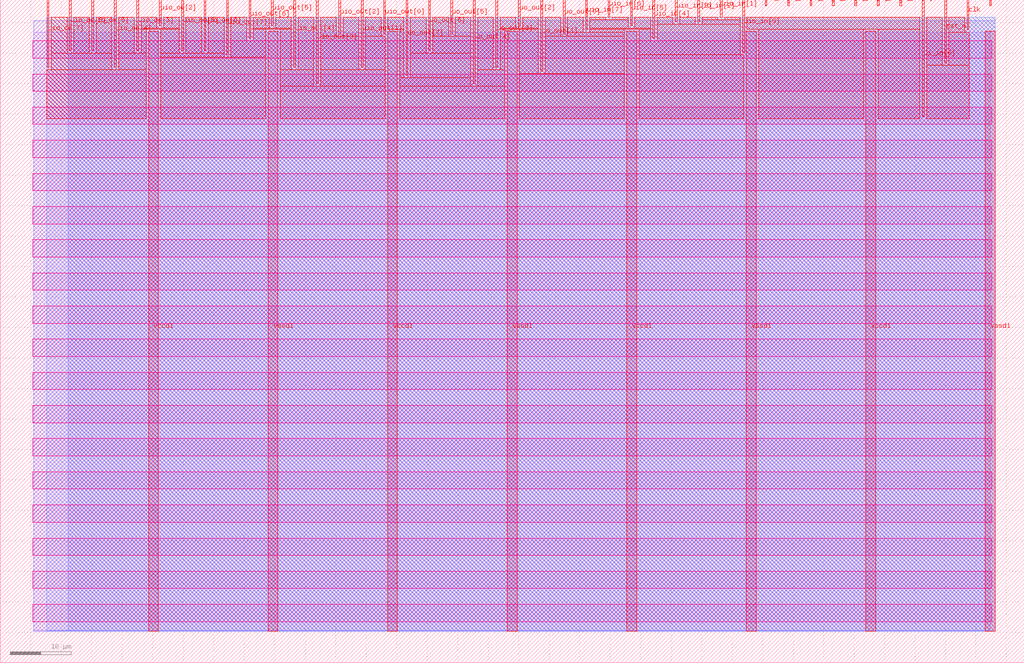
<source format=lef>
VERSION 5.7 ;
  NOWIREEXTENSIONATPIN ON ;
  DIVIDERCHAR "/" ;
  BUSBITCHARS "[]" ;
MACRO tt_um_test
  CLASS BLOCK ;
  FOREIGN tt_um_test ;
  ORIGIN 0.000 0.000 ;
  SIZE 167.900 BY 108.800 ;
  PIN clk
    DIRECTION INPUT ;
    USE SIGNAL ;
    PORT
      LAYER met4 ;
        RECT 158.550 103.860 158.850 108.800 ;
    END
  END clk
  PIN ena
    DIRECTION INPUT ;
    USE SIGNAL ;
    PORT
      LAYER met4 ;
        RECT 162.230 107.800 162.530 108.800 ;
    END
  END ena
  PIN rst_n
    DIRECTION INPUT ;
    USE SIGNAL ;
    PORT
      LAYER met4 ;
        RECT 154.870 98.420 155.170 108.800 ;
    END
  END rst_n
  PIN ui_in[0]
    DIRECTION INPUT ;
    USE SIGNAL ;
    PORT
      LAYER met4 ;
        RECT 151.190 89.580 151.490 108.800 ;
    END
  END ui_in[0]
  PIN ui_in[1]
    DIRECTION INPUT ;
    USE SIGNAL ;
    PORT
      LAYER met4 ;
        RECT 147.510 107.800 147.810 108.800 ;
    END
  END ui_in[1]
  PIN ui_in[2]
    DIRECTION INPUT ;
    USE SIGNAL ;
    PORT
      LAYER met4 ;
        RECT 143.830 107.800 144.130 108.800 ;
    END
  END ui_in[2]
  PIN ui_in[3]
    DIRECTION INPUT ;
    USE SIGNAL ;
    PORT
      LAYER met4 ;
        RECT 140.150 107.800 140.450 108.800 ;
    END
  END ui_in[3]
  PIN ui_in[4]
    DIRECTION INPUT ;
    USE SIGNAL ;
    PORT
      LAYER met4 ;
        RECT 136.470 107.800 136.770 108.800 ;
    END
  END ui_in[4]
  PIN ui_in[5]
    DIRECTION INPUT ;
    USE SIGNAL ;
    PORT
      LAYER met4 ;
        RECT 132.790 107.800 133.090 108.800 ;
    END
  END ui_in[5]
  PIN ui_in[6]
    DIRECTION INPUT ;
    USE SIGNAL ;
    PORT
      LAYER met4 ;
        RECT 129.110 107.800 129.410 108.800 ;
    END
  END ui_in[6]
  PIN ui_in[7]
    DIRECTION INPUT ;
    USE SIGNAL ;
    PORT
      LAYER met4 ;
        RECT 125.430 107.800 125.730 108.800 ;
    END
  END ui_in[7]
  PIN uio_in[0]
    DIRECTION INPUT ;
    USE SIGNAL ;
    PORT
      LAYER met4 ;
        RECT 121.750 100.150 122.050 108.800 ;
    END
  END uio_in[0]
  PIN uio_in[1]
    DIRECTION INPUT ;
    USE SIGNAL ;
    PORT
      LAYER met4 ;
        RECT 118.070 105.900 118.370 108.800 ;
    END
  END uio_in[1]
  PIN uio_in[2]
    DIRECTION INPUT ;
    USE SIGNAL ;
    PORT
      LAYER met4 ;
        RECT 114.390 105.220 114.690 108.800 ;
    END
  END uio_in[2]
  PIN uio_in[3]
    DIRECTION INPUT ;
    USE SIGNAL ;
    PORT
      LAYER met4 ;
        RECT 110.710 105.220 111.010 108.800 ;
    END
  END uio_in[3]
  PIN uio_in[4]
    DIRECTION INPUT ;
    USE SIGNAL ;
    PORT
      LAYER met4 ;
        RECT 107.030 102.500 107.330 108.800 ;
    END
  END uio_in[4]
  PIN uio_in[5]
    DIRECTION INPUT ;
    USE SIGNAL ;
    PORT
      LAYER met4 ;
        RECT 103.350 104.540 103.650 108.800 ;
    END
  END uio_in[5]
  PIN uio_in[6]
    DIRECTION INPUT ;
    USE SIGNAL ;
    PORT
      LAYER met4 ;
        RECT 99.670 105.900 99.970 108.800 ;
    END
  END uio_in[6]
  PIN uio_in[7]
    DIRECTION INPUT ;
    USE SIGNAL ;
    PORT
      LAYER met4 ;
        RECT 95.990 103.860 96.290 108.800 ;
    END
  END uio_in[7]
  PIN uio_oe[0]
    DIRECTION OUTPUT TRISTATE ;
    USE SIGNAL ;
    PORT
      LAYER met4 ;
        RECT 33.430 100.460 33.730 108.800 ;
    END
  END uio_oe[0]
  PIN uio_oe[1]
    DIRECTION OUTPUT TRISTATE ;
    USE SIGNAL ;
    PORT
      LAYER met4 ;
        RECT 29.750 100.460 30.050 108.800 ;
    END
  END uio_oe[1]
  PIN uio_oe[2]
    DIRECTION OUTPUT TRISTATE ;
    USE SIGNAL ;
    PORT
      LAYER met4 ;
        RECT 26.070 104.540 26.370 108.800 ;
    END
  END uio_oe[2]
  PIN uio_oe[3]
    DIRECTION OUTPUT TRISTATE ;
    USE SIGNAL ;
    PORT
      LAYER met4 ;
        RECT 22.390 100.460 22.690 108.800 ;
    END
  END uio_oe[3]
  PIN uio_oe[4]
    DIRECTION OUTPUT TRISTATE ;
    USE SIGNAL ;
    PORT
      LAYER met4 ;
        RECT 18.710 97.740 19.010 108.800 ;
    END
  END uio_oe[4]
  PIN uio_oe[5]
    DIRECTION OUTPUT TRISTATE ;
    USE SIGNAL ;
    PORT
      LAYER met4 ;
        RECT 15.030 100.460 15.330 108.800 ;
    END
  END uio_oe[5]
  PIN uio_oe[6]
    DIRECTION OUTPUT TRISTATE ;
    USE SIGNAL ;
    PORT
      LAYER met4 ;
        RECT 11.350 100.460 11.650 108.800 ;
    END
  END uio_oe[6]
  PIN uio_oe[7]
    DIRECTION OUTPUT TRISTATE ;
    USE SIGNAL ;
    PORT
      LAYER met4 ;
        RECT 7.670 97.740 7.970 108.800 ;
    END
  END uio_oe[7]
  PIN uio_out[0]
    DIRECTION OUTPUT TRISTATE ;
    USE SIGNAL ;
    PORT
      LAYER met4 ;
        RECT 62.870 103.180 63.170 108.800 ;
    END
  END uio_out[0]
  PIN uio_out[1]
    DIRECTION OUTPUT TRISTATE ;
    USE SIGNAL ;
    PORT
      LAYER met4 ;
        RECT 59.190 97.740 59.490 108.800 ;
    END
  END uio_out[1]
  PIN uio_out[2]
    DIRECTION OUTPUT TRISTATE ;
    USE SIGNAL ;
    PORT
      LAYER met4 ;
        RECT 55.510 103.180 55.810 108.800 ;
    END
  END uio_out[2]
  PIN uio_out[3]
    DIRECTION OUTPUT TRISTATE ;
    USE SIGNAL ;
    PORT
      LAYER met4 ;
        RECT 51.830 95.020 52.130 108.800 ;
    END
  END uio_out[3]
  PIN uio_out[4]
    DIRECTION OUTPUT TRISTATE ;
    USE SIGNAL ;
    PORT
      LAYER met4 ;
        RECT 48.150 97.740 48.450 108.800 ;
    END
  END uio_out[4]
  PIN uio_out[5]
    DIRECTION OUTPUT TRISTATE ;
    USE SIGNAL ;
    PORT
      LAYER met4 ;
        RECT 44.470 104.540 44.770 108.800 ;
    END
  END uio_out[5]
  PIN uio_out[6]
    DIRECTION OUTPUT TRISTATE ;
    USE SIGNAL ;
    PORT
      LAYER met4 ;
        RECT 40.790 102.500 41.090 108.800 ;
    END
  END uio_out[6]
  PIN uio_out[7]
    DIRECTION OUTPUT TRISTATE ;
    USE SIGNAL ;
    PORT
      LAYER met4 ;
        RECT 37.110 99.780 37.410 108.800 ;
    END
  END uio_out[7]
  PIN uo_out[0]
    DIRECTION OUTPUT TRISTATE ;
    USE SIGNAL ;
    PORT
      LAYER met4 ;
        RECT 92.310 103.180 92.610 108.800 ;
    END
  END uo_out[0]
  PIN uo_out[1]
    DIRECTION OUTPUT TRISTATE ;
    USE SIGNAL ;
    PORT
      LAYER met4 ;
        RECT 88.630 97.060 88.930 108.800 ;
    END
  END uo_out[1]
  PIN uo_out[2]
    DIRECTION OUTPUT TRISTATE ;
    USE SIGNAL ;
    PORT
      LAYER met4 ;
        RECT 84.950 104.540 85.250 108.800 ;
    END
  END uo_out[2]
  PIN uo_out[3]
    DIRECTION OUTPUT TRISTATE ;
    USE SIGNAL ;
    PORT
      LAYER met4 ;
        RECT 81.270 97.740 81.570 108.800 ;
    END
  END uo_out[3]
  PIN uo_out[4]
    DIRECTION OUTPUT TRISTATE ;
    USE SIGNAL ;
    PORT
      LAYER met4 ;
        RECT 77.590 95.020 77.890 108.800 ;
    END
  END uo_out[4]
  PIN uo_out[5]
    DIRECTION OUTPUT TRISTATE ;
    USE SIGNAL ;
    PORT
      LAYER met4 ;
        RECT 73.910 103.180 74.210 108.800 ;
    END
  END uo_out[5]
  PIN uo_out[6]
    DIRECTION OUTPUT TRISTATE ;
    USE SIGNAL ;
    PORT
      LAYER met4 ;
        RECT 70.230 100.460 70.530 108.800 ;
    END
  END uo_out[6]
  PIN uo_out[7]
    DIRECTION OUTPUT TRISTATE ;
    USE SIGNAL ;
    PORT
      LAYER met4 ;
        RECT 66.550 96.380 66.850 108.800 ;
    END
  END uo_out[7]
  PIN vccd1
    DIRECTION INOUT ;
    USE POWER ;
    PORT
      LAYER met4 ;
        RECT 24.325 5.200 25.925 103.600 ;
    END
    PORT
      LAYER met4 ;
        RECT 63.535 5.200 65.135 103.600 ;
    END
    PORT
      LAYER met4 ;
        RECT 102.745 5.200 104.345 103.600 ;
    END
    PORT
      LAYER met4 ;
        RECT 141.955 5.200 143.555 103.600 ;
    END
  END vccd1
  PIN vssd1
    DIRECTION INOUT ;
    USE GROUND ;
    PORT
      LAYER met4 ;
        RECT 43.930 5.200 45.530 103.600 ;
    END
    PORT
      LAYER met4 ;
        RECT 83.140 5.200 84.740 103.600 ;
    END
    PORT
      LAYER met4 ;
        RECT 122.350 5.200 123.950 103.600 ;
    END
    PORT
      LAYER met4 ;
        RECT 161.560 5.200 163.160 103.600 ;
    END
  END vssd1
  OBS
      LAYER nwell ;
        RECT 5.330 99.225 162.570 102.055 ;
        RECT 5.330 93.785 162.570 96.615 ;
        RECT 5.330 88.345 162.570 91.175 ;
        RECT 5.330 82.905 162.570 85.735 ;
        RECT 5.330 77.465 162.570 80.295 ;
        RECT 5.330 72.025 162.570 74.855 ;
        RECT 5.330 66.585 162.570 69.415 ;
        RECT 5.330 61.145 162.570 63.975 ;
        RECT 5.330 55.705 162.570 58.535 ;
        RECT 5.330 50.265 162.570 53.095 ;
        RECT 5.330 44.825 162.570 47.655 ;
        RECT 5.330 39.385 162.570 42.215 ;
        RECT 5.330 33.945 162.570 36.775 ;
        RECT 5.330 28.505 162.570 31.335 ;
        RECT 5.330 23.065 162.570 25.895 ;
        RECT 5.330 17.625 162.570 20.455 ;
        RECT 5.330 12.185 162.570 15.015 ;
        RECT 5.330 6.745 162.570 9.575 ;
      LAYER li1 ;
        RECT 5.520 5.355 162.380 103.445 ;
      LAYER met1 ;
        RECT 5.520 5.200 163.160 105.360 ;
      LAYER met2 ;
        RECT 11.130 5.255 163.130 105.925 ;
      LAYER met3 ;
        RECT 7.630 5.275 163.150 105.905 ;
      LAYER met4 ;
        RECT 8.370 100.060 10.950 105.905 ;
        RECT 12.050 100.060 14.630 105.905 ;
        RECT 15.730 100.060 18.310 105.905 ;
        RECT 8.370 97.340 18.310 100.060 ;
        RECT 19.410 100.060 21.990 105.905 ;
        RECT 23.090 104.140 25.670 105.905 ;
        RECT 26.770 104.140 29.350 105.905 ;
        RECT 23.090 104.000 29.350 104.140 ;
        RECT 23.090 100.060 23.925 104.000 ;
        RECT 19.410 97.340 23.925 100.060 ;
        RECT 7.655 89.255 23.925 97.340 ;
        RECT 26.325 100.060 29.350 104.000 ;
        RECT 30.450 100.060 33.030 105.905 ;
        RECT 34.130 100.060 36.710 105.905 ;
        RECT 26.325 99.380 36.710 100.060 ;
        RECT 37.810 102.100 40.390 105.905 ;
        RECT 41.490 104.140 44.070 105.905 ;
        RECT 45.170 104.140 47.750 105.905 ;
        RECT 41.490 104.000 47.750 104.140 ;
        RECT 41.490 102.100 43.530 104.000 ;
        RECT 37.810 99.380 43.530 102.100 ;
        RECT 26.325 89.255 43.530 99.380 ;
        RECT 45.930 97.340 47.750 104.000 ;
        RECT 48.850 97.340 51.430 105.905 ;
        RECT 45.930 94.620 51.430 97.340 ;
        RECT 52.530 102.780 55.110 105.905 ;
        RECT 56.210 102.780 58.790 105.905 ;
        RECT 52.530 97.340 58.790 102.780 ;
        RECT 59.890 102.780 62.470 105.905 ;
        RECT 63.570 104.000 66.150 105.905 ;
        RECT 59.890 97.340 63.135 102.780 ;
        RECT 52.530 94.620 63.135 97.340 ;
        RECT 45.930 89.255 63.135 94.620 ;
        RECT 65.535 95.980 66.150 104.000 ;
        RECT 67.250 100.060 69.830 105.905 ;
        RECT 70.930 102.780 73.510 105.905 ;
        RECT 74.610 102.780 77.190 105.905 ;
        RECT 70.930 100.060 77.190 102.780 ;
        RECT 67.250 95.980 77.190 100.060 ;
        RECT 65.535 94.620 77.190 95.980 ;
        RECT 78.290 97.340 80.870 105.905 ;
        RECT 81.970 104.140 84.550 105.905 ;
        RECT 85.650 104.140 88.230 105.905 ;
        RECT 81.970 104.000 88.230 104.140 ;
        RECT 81.970 97.340 82.740 104.000 ;
        RECT 78.290 94.620 82.740 97.340 ;
        RECT 65.535 89.255 82.740 94.620 ;
        RECT 85.140 96.660 88.230 104.000 ;
        RECT 89.330 102.780 91.910 105.905 ;
        RECT 93.010 103.460 95.590 105.905 ;
        RECT 96.690 105.500 99.270 105.905 ;
        RECT 100.370 105.500 102.950 105.905 ;
        RECT 96.690 104.140 102.950 105.500 ;
        RECT 104.050 104.140 106.630 105.905 ;
        RECT 96.690 104.000 106.630 104.140 ;
        RECT 96.690 103.460 102.345 104.000 ;
        RECT 93.010 102.780 102.345 103.460 ;
        RECT 89.330 96.660 102.345 102.780 ;
        RECT 85.140 89.255 102.345 96.660 ;
        RECT 104.745 102.100 106.630 104.000 ;
        RECT 107.730 104.820 110.310 105.905 ;
        RECT 111.410 104.820 113.990 105.905 ;
        RECT 115.090 105.500 117.670 105.905 ;
        RECT 118.770 105.500 121.350 105.905 ;
        RECT 115.090 104.820 121.350 105.500 ;
        RECT 107.730 102.100 121.350 104.820 ;
        RECT 122.450 104.000 150.790 105.905 ;
        RECT 104.745 99.750 121.350 102.100 ;
        RECT 104.745 89.255 121.950 99.750 ;
        RECT 124.350 89.255 141.555 104.000 ;
        RECT 143.955 89.255 150.790 104.000 ;
        RECT 151.890 98.020 154.470 105.905 ;
        RECT 155.570 103.460 158.150 105.905 ;
        RECT 155.570 98.020 158.865 103.460 ;
        RECT 151.890 89.255 158.865 98.020 ;
  END
END tt_um_test
END LIBRARY


</source>
